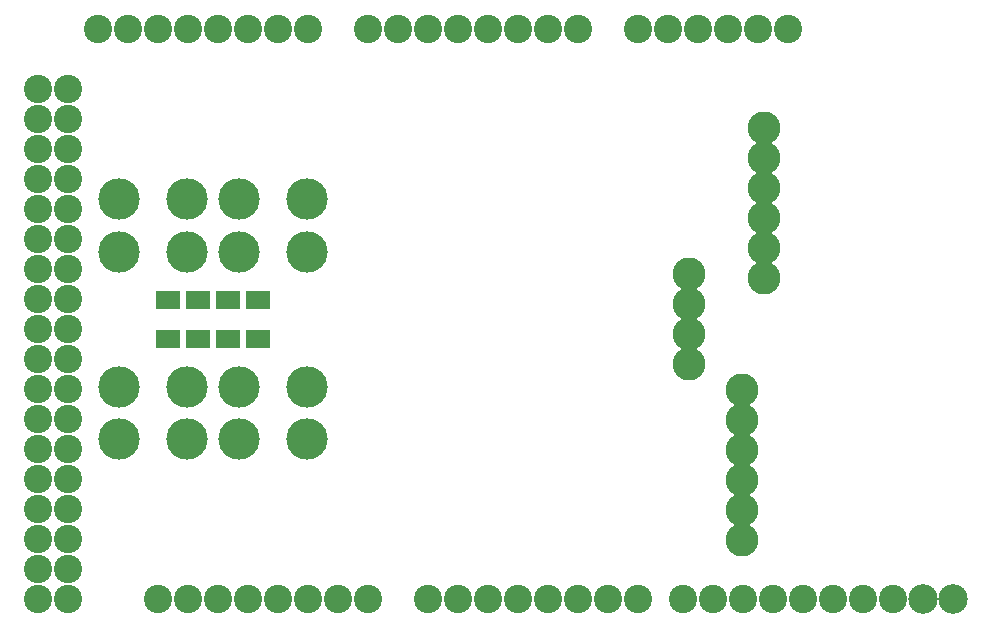
<source format=gbr>
%FSLAX34Y34*%
%MOMM*%
%LNSOLDERMASK_TOP*%
G71*
G01*
%ADD10C, 2.40*%
%ADD11C, 2.50*%
%ADD12C, 2.80*%
%ADD13C, 3.50*%
%ADD14R, 2.00X1.50*%
%LPD*%
X34925Y717549D02*
G54D10*
D03*
X60325Y717549D02*
G54D10*
D03*
X34925Y742949D02*
G54D10*
D03*
X60324Y742949D02*
G54D10*
D03*
X34925Y768349D02*
G54D10*
D03*
X60325Y768349D02*
G54D10*
D03*
X34925Y793749D02*
G54D10*
D03*
X60325Y793749D02*
G54D10*
D03*
X34925Y819149D02*
G54D10*
D03*
X60325Y819149D02*
G54D10*
D03*
X34925Y844549D02*
G54D10*
D03*
X60325Y844549D02*
G54D10*
D03*
X34925Y869949D02*
G54D10*
D03*
X60325Y869949D02*
G54D10*
D03*
X34925Y920749D02*
G54D10*
D03*
X60325Y920749D02*
G54D10*
D03*
X34925Y615949D02*
G54D10*
D03*
X60325Y615949D02*
G54D10*
D03*
X34925Y641349D02*
G54D10*
D03*
X60325Y641349D02*
G54D10*
D03*
X34925Y666749D02*
G54D10*
D03*
X60325Y666749D02*
G54D10*
D03*
X34925Y692149D02*
G54D10*
D03*
X60325Y692149D02*
G54D10*
D03*
X34925Y514349D02*
G54D10*
D03*
X60325Y514349D02*
G54D10*
D03*
X34925Y539749D02*
G54D10*
D03*
X60325Y539749D02*
G54D10*
D03*
X34925Y565149D02*
G54D10*
D03*
X60325Y565149D02*
G54D10*
D03*
X34925Y590549D02*
G54D10*
D03*
X60325Y590549D02*
G54D10*
D03*
X238125Y488949D02*
G54D10*
D03*
X263525Y488949D02*
G54D10*
D03*
X288925Y488949D02*
G54D10*
D03*
X314325Y488949D02*
G54D10*
D03*
X136525Y488949D02*
G54D10*
D03*
X161925Y488949D02*
G54D10*
D03*
X187325Y488949D02*
G54D10*
D03*
X212725Y488949D02*
G54D10*
D03*
X187325Y971549D02*
G54D10*
D03*
X212725Y971549D02*
G54D10*
D03*
X238125Y971549D02*
G54D10*
D03*
X263525Y971549D02*
G54D10*
D03*
X85725Y971549D02*
G54D10*
D03*
X111125Y971549D02*
G54D10*
D03*
X136525Y971549D02*
G54D10*
D03*
X161925Y971549D02*
G54D10*
D03*
X466725Y488949D02*
G54D10*
D03*
X492125Y488949D02*
G54D10*
D03*
X517525Y488949D02*
G54D10*
D03*
X542925Y488949D02*
G54D10*
D03*
X365125Y488949D02*
G54D10*
D03*
X390525Y488949D02*
G54D10*
D03*
X415925Y488949D02*
G54D10*
D03*
X441325Y488949D02*
G54D10*
D03*
X682625Y488949D02*
G54D10*
D03*
X708025Y488949D02*
G54D10*
D03*
X733425Y488949D02*
G54D10*
D03*
X758825Y488949D02*
G54D10*
D03*
X581025Y488949D02*
G54D10*
D03*
X606425Y488949D02*
G54D10*
D03*
X631825Y488949D02*
G54D10*
D03*
X657225Y488949D02*
G54D10*
D03*
X415925Y971549D02*
G54D10*
D03*
X441325Y971549D02*
G54D10*
D03*
X466725Y971549D02*
G54D10*
D03*
X492125Y971549D02*
G54D10*
D03*
X314325Y971549D02*
G54D10*
D03*
X339725Y971549D02*
G54D10*
D03*
X365125Y971549D02*
G54D10*
D03*
X390525Y971549D02*
G54D10*
D03*
X644525Y971549D02*
G54D10*
D03*
X669925Y971549D02*
G54D10*
D03*
X542925Y971549D02*
G54D10*
D03*
X568325Y971549D02*
G54D10*
D03*
X593725Y971549D02*
G54D10*
D03*
X619125Y971549D02*
G54D10*
D03*
X34925Y895349D02*
G54D10*
D03*
X60325Y895349D02*
G54D10*
D03*
X34925Y488949D02*
G54D10*
D03*
X60325Y488949D02*
G54D10*
D03*
X784225Y488949D02*
G54D11*
D03*
X809625Y488949D02*
G54D11*
D03*
X586414Y764126D02*
G54D12*
D03*
X586414Y738726D02*
G54D12*
D03*
X586414Y713326D02*
G54D12*
D03*
X586414Y687926D02*
G54D12*
D03*
X262564Y827626D02*
G54D13*
D03*
X262664Y783226D02*
G54D13*
D03*
X205364Y783226D02*
G54D13*
D03*
X205364Y827626D02*
G54D13*
D03*
X262564Y668876D02*
G54D13*
D03*
X262664Y624476D02*
G54D13*
D03*
X205364Y624476D02*
G54D13*
D03*
X205364Y668876D02*
G54D13*
D03*
X160964Y827626D02*
G54D13*
D03*
X161064Y783226D02*
G54D13*
D03*
X103764Y783226D02*
G54D13*
D03*
X103764Y827626D02*
G54D13*
D03*
X160964Y668876D02*
G54D13*
D03*
X161064Y624476D02*
G54D13*
D03*
X103764Y624476D02*
G54D13*
D03*
X103764Y668876D02*
G54D13*
D03*
X630864Y665701D02*
G54D12*
D03*
X630864Y640301D02*
G54D12*
D03*
X630864Y614901D02*
G54D12*
D03*
X630864Y589501D02*
G54D12*
D03*
X630864Y564101D02*
G54D12*
D03*
X630864Y538701D02*
G54D12*
D03*
X649914Y887951D02*
G54D12*
D03*
X649914Y862551D02*
G54D12*
D03*
X649914Y837151D02*
G54D12*
D03*
X649914Y811751D02*
G54D12*
D03*
X649914Y786351D02*
G54D12*
D03*
X649914Y760951D02*
G54D12*
D03*
X221289Y741901D02*
G54D14*
D03*
X221389Y709401D02*
G54D14*
D03*
X195889Y741901D02*
G54D14*
D03*
X195989Y709401D02*
G54D14*
D03*
X170489Y741901D02*
G54D14*
D03*
X170589Y709401D02*
G54D14*
D03*
X145089Y741901D02*
G54D14*
D03*
X145189Y709401D02*
G54D14*
D03*
M02*

</source>
